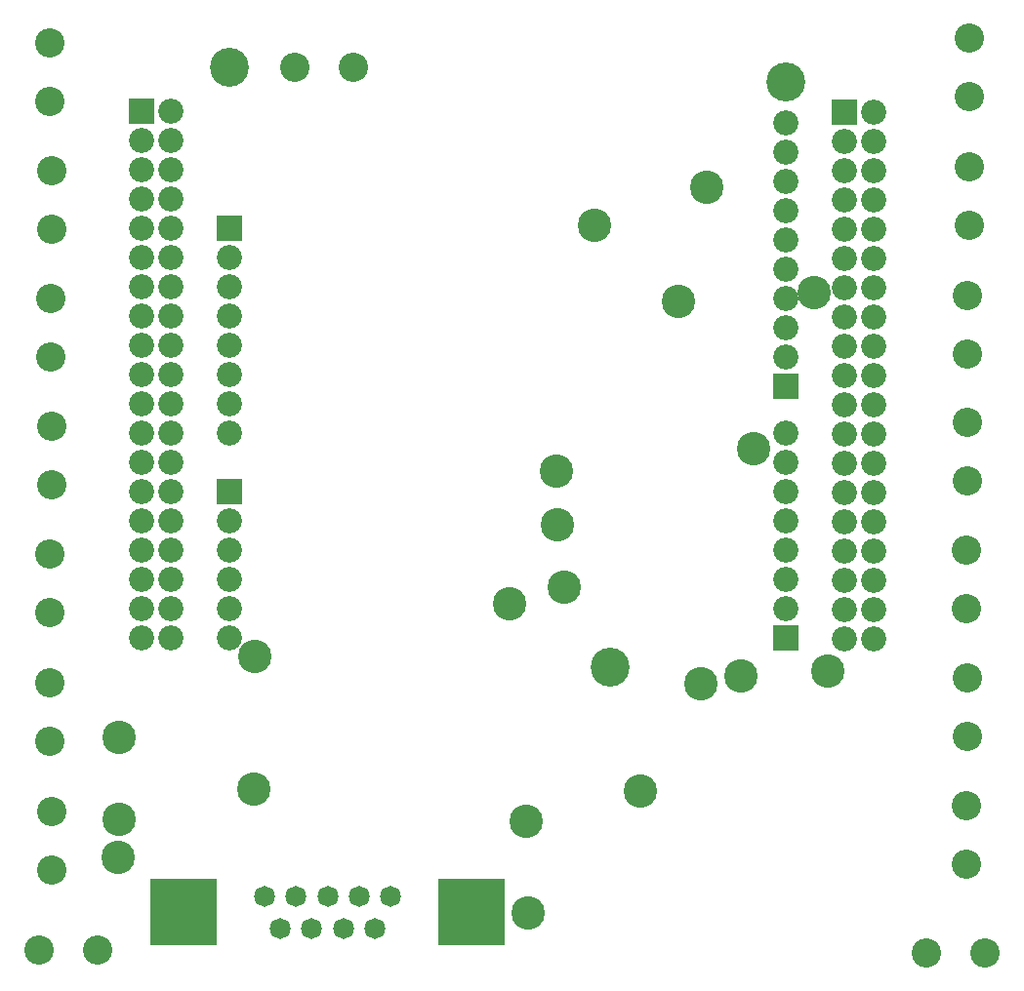
<source format=gbs>
G04 EAGLE Gerber RS-274X export*
G75*
%MOMM*%
%FSLAX34Y34*%
%LPD*%
%INSoldermask Bottom*%
%IPPOS*%
%AMOC8*
5,1,8,0,0,1.08239X$1,22.5*%
G01*
%ADD10R,2.183200X2.183200*%
%ADD11C,2.183200*%
%ADD12C,3.378200*%
%ADD13C,1.823200*%
%ADD14R,5.783200X5.783200*%
%ADD15C,2.543200*%
%ADD16C,2.903200*%


D10*
X198700Y435980D03*
D11*
X198700Y410580D03*
X198700Y385180D03*
X198700Y359780D03*
X198700Y334380D03*
X198700Y308980D03*
D10*
X198700Y664580D03*
D11*
X198700Y639180D03*
X198700Y613780D03*
X198700Y588380D03*
X198700Y562980D03*
X198700Y537580D03*
X198700Y512180D03*
X198700Y486780D03*
D10*
X122500Y766180D03*
D11*
X147900Y766180D03*
X122500Y740780D03*
X147900Y740780D03*
X122500Y715380D03*
X147900Y715380D03*
X122500Y689980D03*
X147900Y689980D03*
X122500Y664580D03*
X147900Y664580D03*
X122500Y639180D03*
X147900Y639180D03*
X122500Y613780D03*
X147900Y613780D03*
X122500Y588380D03*
X147900Y588380D03*
X122500Y562980D03*
X147900Y562980D03*
X122500Y537580D03*
X147900Y537580D03*
X122500Y512180D03*
X147900Y512180D03*
X122500Y486780D03*
X147900Y486780D03*
X122500Y461380D03*
X147900Y461380D03*
X122500Y435980D03*
X147900Y435980D03*
X122500Y410580D03*
X147900Y410580D03*
X122500Y385180D03*
X147900Y385180D03*
X122500Y359780D03*
X147900Y359780D03*
X122500Y334380D03*
X147900Y334380D03*
X122500Y308980D03*
X147900Y308980D03*
D10*
X681300Y527420D03*
D11*
X681300Y552820D03*
X681300Y578220D03*
X681300Y603620D03*
X681300Y629020D03*
X681300Y654420D03*
X681300Y679820D03*
X681300Y705220D03*
X681300Y730620D03*
X681300Y756020D03*
X681300Y359780D03*
X681300Y385180D03*
X681300Y410580D03*
X681300Y435980D03*
X681300Y461380D03*
X681300Y486780D03*
D10*
X681300Y308980D03*
D11*
X681300Y334380D03*
D10*
X732100Y765930D03*
D11*
X757500Y765930D03*
X732100Y740530D03*
X757500Y740530D03*
X732100Y715130D03*
X757500Y715130D03*
X732100Y689730D03*
X757500Y689730D03*
X732100Y664330D03*
X757500Y664330D03*
X732100Y638930D03*
X757500Y638930D03*
X732100Y613530D03*
X757500Y613530D03*
X732100Y588130D03*
X757500Y588130D03*
X732100Y562730D03*
X757500Y562730D03*
X732100Y537330D03*
X757500Y537330D03*
X732100Y511930D03*
X757500Y511930D03*
X732100Y486530D03*
X757500Y486530D03*
X732100Y461130D03*
X757500Y461130D03*
X732100Y435730D03*
X757500Y435730D03*
X732100Y410330D03*
X757500Y410330D03*
X732100Y384930D03*
X757500Y384930D03*
X732100Y359530D03*
X757500Y359530D03*
X732100Y334130D03*
X757500Y334130D03*
X732100Y308730D03*
X757500Y308730D03*
D12*
X681300Y791580D03*
X198700Y804280D03*
X528900Y283580D03*
D13*
X229100Y85200D03*
X256500Y85200D03*
X283900Y85200D03*
X338700Y85200D03*
X311300Y85200D03*
X242800Y56800D03*
X270200Y56800D03*
X297600Y56800D03*
X325000Y56800D03*
D14*
X408850Y71000D03*
X158950Y71000D03*
D15*
X43250Y270611D03*
X43250Y219811D03*
X838750Y445689D03*
X838750Y496489D03*
X44250Y492611D03*
X44250Y441811D03*
X43870Y603811D03*
X43870Y553011D03*
X44250Y714511D03*
X44250Y663711D03*
X43250Y825611D03*
X43250Y774811D03*
X305911Y804750D03*
X255111Y804750D03*
X838750Y555469D03*
X838750Y606269D03*
X840750Y778689D03*
X840750Y829489D03*
X44870Y158711D03*
X44870Y107911D03*
X33589Y37870D03*
X84389Y37870D03*
X837750Y112889D03*
X837750Y163689D03*
X803189Y35870D03*
X853989Y35870D03*
X840130Y667489D03*
X840130Y718289D03*
X839130Y223789D03*
X839130Y274589D03*
X43250Y381911D03*
X43250Y331111D03*
X837750Y334389D03*
X837750Y385189D03*
D16*
X442000Y339000D03*
X515000Y667000D03*
X220000Y178000D03*
X103000Y223000D03*
X103000Y152000D03*
X221000Y293000D03*
X718000Y280000D03*
X608000Y269000D03*
X555000Y176000D03*
X588000Y601000D03*
X706000Y609000D03*
X613000Y700000D03*
X653000Y473000D03*
X482000Y454000D03*
X483000Y407000D03*
X489000Y353000D03*
X642000Y276000D03*
X456000Y150000D03*
X102000Y119000D03*
X458000Y70000D03*
M02*

</source>
